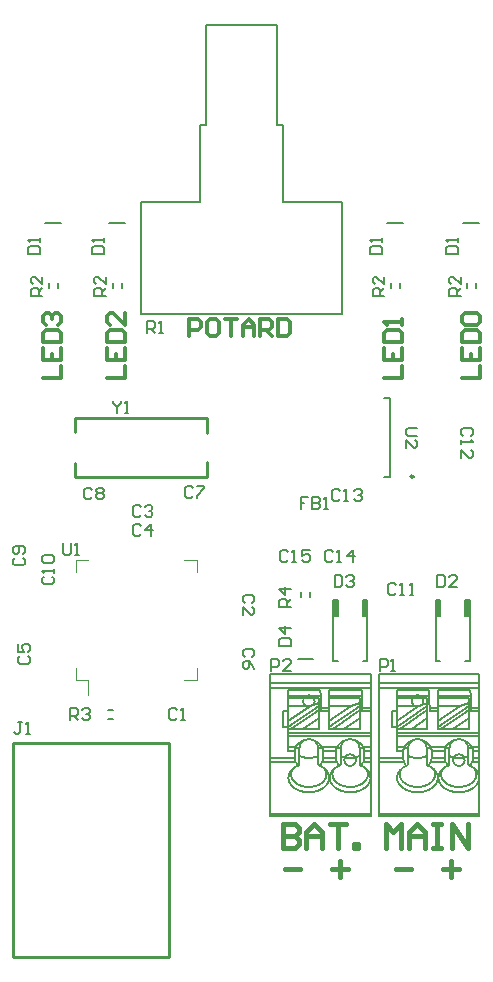
<source format=gto>
%FSLAX24Y24*%
%MOIN*%
G70*
G01*
G75*
G04 Layer_Color=65535*
%ADD10R,0.0669X0.0709*%
%ADD11R,0.0394X0.0394*%
%ADD12R,0.0614X0.0110*%
%ADD13R,0.0110X0.0614*%
%ADD14R,0.0394X0.0394*%
%ADD15R,0.0354X0.0394*%
%ADD16R,0.0591X0.0472*%
%ADD17R,0.0591X0.0512*%
%ADD18R,0.0394X0.0354*%
%ADD19R,0.0472X0.0591*%
%ADD20R,0.0748X0.0374*%
%ADD21R,0.2717X0.2165*%
%ADD22R,0.0433X0.0394*%
%ADD23R,0.1968X0.0669*%
%ADD24C,0.0118*%
%ADD25C,0.0394*%
%ADD26C,0.0197*%
%ADD27C,0.0669*%
%ADD28C,0.0709*%
%ADD29R,0.0787X0.0787*%
%ADD30C,0.0787*%
%ADD31C,0.0315*%
%ADD32C,0.0787*%
%ADD33C,0.0098*%
%ADD34C,0.0050*%
%ADD35C,0.0100*%
%ADD36C,0.0060*%
%ADD37C,0.0047*%
%ADD38C,0.0079*%
%ADD39C,0.0071*%
%ADD40C,0.0157*%
D24*
X1339Y17087D02*
X1929D01*
Y17480D01*
X1339Y18071D02*
Y17677D01*
X1929D01*
Y18071D01*
X1634Y17677D02*
Y17874D01*
X1339Y18267D02*
X1929D01*
Y18563D01*
X1831Y18661D01*
X1437D01*
X1339Y18563D01*
Y18267D01*
X1437Y18858D02*
X1339Y18956D01*
Y19153D01*
X1437Y19251D01*
X1536D01*
X1634Y19153D01*
Y19054D01*
Y19153D01*
X1732Y19251D01*
X1831D01*
X1929Y19153D01*
Y18956D01*
X1831Y18858D01*
X3465Y17087D02*
X4055D01*
Y17480D01*
X3465Y18071D02*
Y17677D01*
X4055D01*
Y18071D01*
X3760Y17677D02*
Y17874D01*
X3465Y18267D02*
X4055D01*
Y18563D01*
X3957Y18661D01*
X3563D01*
X3465Y18563D01*
Y18267D01*
X4055Y19251D02*
Y18858D01*
X3662Y19251D01*
X3563D01*
X3465Y19153D01*
Y18956D01*
X3563Y18858D01*
X12717Y17087D02*
X13307D01*
Y17480D01*
X12717Y18071D02*
Y17677D01*
X13307D01*
Y18071D01*
X13012Y17677D02*
Y17874D01*
X12717Y18267D02*
X13307D01*
Y18563D01*
X13209Y18661D01*
X12815D01*
X12717Y18563D01*
Y18267D01*
X13307Y18858D02*
Y19054D01*
Y18956D01*
X12717D01*
X12815Y18858D01*
X15315Y17087D02*
X15906D01*
Y17480D01*
X15315Y18071D02*
Y17677D01*
X15906D01*
Y18071D01*
X15610Y17677D02*
Y17874D01*
X15315Y18267D02*
X15906D01*
Y18563D01*
X15807Y18661D01*
X15414D01*
X15315Y18563D01*
Y18267D01*
X15414Y18858D02*
X15315Y18956D01*
Y19153D01*
X15414Y19251D01*
X15807D01*
X15906Y19153D01*
Y18956D01*
X15807Y18858D01*
X15414D01*
X6220Y18465D02*
Y19055D01*
X6516D01*
X6614Y18957D01*
Y18760D01*
X6516Y18661D01*
X6220D01*
X7106Y19055D02*
X6909D01*
X6811Y18957D01*
Y18563D01*
X6909Y18465D01*
X7106D01*
X7204Y18563D01*
Y18957D01*
X7106Y19055D01*
X7401D02*
X7795D01*
X7598D01*
Y18465D01*
X7992D02*
Y18858D01*
X8188Y19055D01*
X8385Y18858D01*
Y18465D01*
Y18760D01*
X7992D01*
X8582Y18465D02*
Y19055D01*
X8877D01*
X8975Y18957D01*
Y18760D01*
X8877Y18661D01*
X8582D01*
X8779D02*
X8975Y18465D01*
X9172Y19055D02*
Y18465D01*
X9467D01*
X9566Y18563D01*
Y18957D01*
X9467Y19055D01*
X9172D01*
D33*
X13691Y13785D02*
G03*
X13691Y13785I-49J0D01*
G01*
D34*
X10987Y3902D02*
G03*
X10984Y3859I294J-43D01*
G01*
X10997Y3944D02*
G03*
X10987Y3902I295J-86D01*
G01*
X11012Y3985D02*
G03*
X10997Y3944I298J-133D01*
G01*
X11033Y4025D02*
G03*
X11012Y3985I302J-185D01*
G01*
X11059Y4063D02*
G03*
X11033Y4025I306J-243D01*
G01*
X12117D02*
G03*
X12090Y4063I-327J-200D01*
G01*
X12138Y3985D02*
G03*
X12117Y4025I-318J-142D01*
G01*
X12153Y3944D02*
G03*
X12138Y3985I-309J-91D01*
G01*
X12162Y3902D02*
G03*
X12153Y3944I-302J-44D01*
G01*
X12165Y3859D02*
G03*
X12162Y3902I-297J-0D01*
G01*
X12152Y3773D02*
G03*
X12165Y3859I-290J88D01*
G01*
X12114Y3690D02*
G03*
X12152Y3773I-292J184D01*
G01*
X12043Y3605D02*
G03*
X12114Y3690I-330J350D01*
G01*
X11934Y3528D02*
G03*
X12043Y3605I-264J489D01*
G01*
X11801Y3474D02*
G03*
X11934Y3528I-194J667D01*
G01*
X11652Y3445D02*
G03*
X11801Y3474I-74J797D01*
G01*
X11498Y3445D02*
G03*
X11652Y3445I77J831D01*
G01*
X11349Y3474D02*
G03*
X11498Y3445I220J755D01*
G01*
X11215Y3528D02*
G03*
X11349Y3474I320J592D01*
G01*
X11106Y3605D02*
G03*
X11215Y3528I359J393D01*
G01*
X11035Y3690D02*
G03*
X11106Y3605I316J194D01*
G01*
X10997Y3773D02*
G03*
X11035Y3690I321J97D01*
G01*
X10984Y3859D02*
G03*
X10997Y3773I301J0D01*
G01*
X11942Y4154D02*
G03*
X11916Y4176I-3752J-4361D01*
G01*
X11260Y4198D02*
G03*
X11234Y4176I3216J-3837D01*
G01*
X11091Y4087D02*
G03*
X11041Y4048I345J-484D01*
G01*
X11146Y4123D02*
G03*
X11091Y4087I329J-577D01*
G01*
X11207Y4154D02*
G03*
X11146Y4123I303J-669D01*
G01*
X12032Y4106D02*
G03*
X11973Y4139I-370J-579D01*
G01*
X12085Y4068D02*
G03*
X12032Y4106I-385J-483D01*
G01*
X12131Y4026D02*
G03*
X12085Y4068I-390J-390D01*
G01*
X12203Y3934D02*
G03*
X12131Y4026I-395J-235D01*
G01*
X12245Y3834D02*
G03*
X12203Y3934I-368J-95D01*
G01*
X12256Y3728D02*
G03*
X12245Y3834I-344J20D01*
G01*
X12234Y3625D02*
G03*
X12256Y3728I-334J126D01*
G01*
X12180Y3527D02*
G03*
X12234Y3625I-338J248D01*
G01*
X12073Y3419D02*
G03*
X12180Y3527I-323J430D01*
G01*
X11929Y3336D02*
G03*
X12073Y3419I-279J651D01*
G01*
X11759Y3284D02*
G03*
X11929Y3336I-166J845D01*
G01*
X11575Y3266D02*
G03*
X11759Y3284I-0J957D01*
G01*
X11391D02*
G03*
X11575Y3266I183J926D01*
G01*
X11221Y3336D02*
G03*
X11391Y3284I331J774D01*
G01*
X11077Y3419D02*
G03*
X11221Y3336I407J540D01*
G01*
X10970Y3527D02*
G03*
X11077Y3419I414J306D01*
G01*
X10916Y3625D02*
G03*
X10970Y3527I378J143D01*
G01*
X10894Y3728D02*
G03*
X10916Y3625I352J21D01*
G01*
X10904Y3834D02*
G03*
X10894Y3728I336J-86D01*
G01*
X10946Y3934D02*
G03*
X10904Y3834I335J-199D01*
G01*
X11018Y4026D02*
G03*
X10946Y3934I338J-339D01*
G01*
X10413Y4441D02*
G03*
X10512Y4476I-192J691D01*
G01*
X10307Y4419D02*
G03*
X10413Y4441I-105J785D01*
G01*
X10197Y4412D02*
G03*
X10307Y4419I-0J833D01*
G01*
X10087D02*
G03*
X10197Y4412I110J818D01*
G01*
X9981Y4441D02*
G03*
X10087Y4419I209J754D01*
G01*
X9882Y4476D02*
G03*
X9981Y4441I286J644D01*
G01*
X9742Y4746D02*
G03*
X9738Y4737I167J-68D01*
G01*
X9746Y4756D02*
G03*
X9742Y4746I159J-77D01*
G01*
X9758Y4777D02*
G03*
X9750Y4764I136J-93D01*
G01*
X9990Y4981D02*
G03*
X9924Y4944I230J-481D01*
G01*
D02*
G03*
X9864Y4897I318J-477D01*
G01*
X9864D02*
G03*
X9808Y4841I409J-464D01*
G01*
D02*
G03*
X9758Y4777I502J-441D01*
G01*
X9733Y4720D02*
G03*
X9727Y4693I293J-77D01*
G01*
X9727Y4693D02*
G03*
X9724Y4666I323J-54D01*
G01*
Y4666D02*
G03*
X9723Y4638I339J-28D01*
G01*
X10564Y4154D02*
G03*
X10538Y4176I-3753J-4362D01*
G01*
X9609Y3902D02*
G03*
X9606Y3859I294J-43D01*
G01*
X9619Y3944D02*
G03*
X9609Y3902I295J-86D01*
G01*
X9634Y3985D02*
G03*
X9619Y3944I298J-133D01*
G01*
X9655Y4025D02*
G03*
X9634Y3985I302J-185D01*
G01*
X9682Y4063D02*
G03*
X9655Y4025I306J-243D01*
G01*
X10774Y3773D02*
G03*
X10787Y3859I-290J88D01*
G01*
X10736Y3690D02*
G03*
X10774Y3773I-292J184D01*
G01*
X10665Y3605D02*
G03*
X10736Y3690I-330J350D01*
G01*
X10556Y3528D02*
G03*
X10665Y3605I-264J489D01*
G01*
X10423Y3474D02*
G03*
X10556Y3528I-194J667D01*
G01*
X10274Y3445D02*
G03*
X10423Y3474I-74J797D01*
G01*
X10120Y3445D02*
G03*
X10274Y3445I77J831D01*
G01*
X9971Y3474D02*
G03*
X10120Y3445I220J755D01*
G01*
X9837Y3528D02*
G03*
X9971Y3474I320J592D01*
G01*
X9728Y3605D02*
G03*
X9837Y3528I359J393D01*
G01*
X9657Y3690D02*
G03*
X9728Y3605I316J194D01*
G01*
X9619Y3773D02*
G03*
X9657Y3690I321J97D01*
G01*
X9606Y3859D02*
G03*
X9619Y3773I301J0D01*
G01*
X10739Y4025D02*
G03*
X10712Y4063I-327J-200D01*
G01*
X10760Y3985D02*
G03*
X10739Y4025I-318J-142D01*
G01*
X10775Y3944D02*
G03*
X10760Y3985I-309J-91D01*
G01*
X10784Y3902D02*
G03*
X10775Y3944I-302J-44D01*
G01*
X10787Y3859D02*
G03*
X10784Y3902I-297J-0D01*
G01*
X9882Y4198D02*
G03*
X9856Y4176I3216J-3837D01*
G01*
X9723Y4401D02*
G03*
X9728Y4363I325J18D01*
G01*
X9728D02*
G03*
X9735Y4331I258J43D01*
G01*
D02*
G03*
X9744Y4304I239J70D01*
G01*
D02*
G03*
X9756Y4281I189J78D01*
G01*
X9713Y4087D02*
G03*
X9663Y4048I345J-484D01*
G01*
X9768Y4123D02*
G03*
X9713Y4087I329J-577D01*
G01*
X9829Y4154D02*
G03*
X9768Y4123I303J-669D01*
G01*
X10644Y4292D02*
G03*
X10654Y4317I-210J103D01*
G01*
X10654D02*
G03*
X10662Y4345I-261J92D01*
G01*
X10662D02*
G03*
X10669Y4382I-307J73D01*
G01*
Y4382D02*
G03*
X10671Y4420I-337J38D01*
G01*
X10654Y4106D02*
G03*
X10595Y4139I-370J-579D01*
G01*
X10707Y4068D02*
G03*
X10654Y4106I-385J-483D01*
G01*
X10753Y4026D02*
G03*
X10707Y4068I-390J-390D01*
G01*
X10825Y3934D02*
G03*
X10753Y4026I-395J-235D01*
G01*
X10867Y3834D02*
G03*
X10825Y3934I-368J-95D01*
G01*
X10878Y3728D02*
G03*
X10867Y3834I-344J20D01*
G01*
X10856Y3625D02*
G03*
X10878Y3728I-334J126D01*
G01*
X10802Y3527D02*
G03*
X10856Y3625I-338J248D01*
G01*
X10695Y3419D02*
G03*
X10802Y3527I-323J430D01*
G01*
X10551Y3336D02*
G03*
X10695Y3419I-279J651D01*
G01*
X10381Y3284D02*
G03*
X10551Y3336I-166J845D01*
G01*
X10197Y3266D02*
G03*
X10381Y3284I-0J957D01*
G01*
X10013D02*
G03*
X10197Y3266I183J926D01*
G01*
X9843Y3336D02*
G03*
X10013Y3284I331J774D01*
G01*
X9699Y3419D02*
G03*
X9843Y3336I407J540D01*
G01*
X9592Y3527D02*
G03*
X9699Y3419I414J306D01*
G01*
X9538Y3625D02*
G03*
X9592Y3527I378J143D01*
G01*
X9516Y3728D02*
G03*
X9538Y3625I352J21D01*
G01*
X9526Y3834D02*
G03*
X9516Y3728I336J-86D01*
G01*
X9568Y3934D02*
G03*
X9526Y3834I335J-199D01*
G01*
X9640Y4026D02*
G03*
X9568Y3934I338J-339D01*
G01*
X11663Y4416D02*
G03*
X11749Y4430I-85J801D01*
G01*
X11575Y4412D02*
G03*
X11663Y4416I0J832D01*
G01*
X11487D02*
G03*
X11575Y4412I88J826D01*
G01*
X11401Y4430D02*
G03*
X11487Y4416I171J784D01*
G01*
X12022Y4292D02*
G03*
X12032Y4317I-210J103D01*
G01*
X12032D02*
G03*
X12040Y4345I-261J92D01*
G01*
X12040D02*
G03*
X12047Y4382I-307J73D01*
G01*
Y4382D02*
G03*
X12049Y4420I-337J38D01*
G01*
X12021Y4766D02*
G03*
X12016Y4774I-149J-84D01*
G01*
X12025Y4756D02*
G03*
X12021Y4766I-156J-76D01*
G01*
X12031Y4743D02*
G03*
X12027Y4752I-166J-64D01*
G01*
X12035Y4732D02*
G03*
X12031Y4743I-172J-54D01*
G01*
X12049Y4652D02*
G03*
X12046Y4680I-332J-14D01*
G01*
X12046D02*
G03*
X12042Y4707I-310J-39D01*
G01*
X12042D02*
G03*
X12035Y4732I-275J-59D01*
G01*
X11807Y4445D02*
G03*
X11863Y4465I-209J689D01*
G01*
X11749Y4430D02*
G03*
X11807Y4445I-163J748D01*
G01*
X11314Y4455D02*
G03*
X11371Y4437I242J695D01*
G01*
X11260Y4476D02*
G03*
X11314Y4455I279J627D01*
G01*
X10643Y4766D02*
G03*
X10638Y4774I-149J-85D01*
G01*
X10647Y4756D02*
G03*
X10643Y4766I-156J-76D01*
G01*
X10654Y4741D02*
G03*
X10650Y4751I-159J-59D01*
G01*
X10657Y4732D02*
G03*
X10654Y4741I-163J-51D01*
G01*
X10671Y4652D02*
G03*
X10668Y4680I-332J-14D01*
G01*
X10668D02*
G03*
X10664Y4707I-310J-39D01*
G01*
X10664D02*
G03*
X10657Y4732I-275J-59D01*
G01*
X11111Y4720D02*
G03*
X11105Y4693I293J-77D01*
G01*
Y4693D02*
G03*
X11102Y4666I323J-54D01*
G01*
Y4666D02*
G03*
X11101Y4638I339J-28D01*
G01*
X11120Y4746D02*
G03*
X11116Y4737I167J-68D01*
G01*
X11124Y4756D02*
G03*
X11120Y4746I159J-77D01*
G01*
X11131Y4769D02*
G03*
X11126Y4760I149J-88D01*
G01*
X11136Y4777D02*
G03*
X11131Y4769I139J-95D01*
G01*
X10611Y4810D02*
G03*
X10559Y4870I-501J-388D01*
G01*
X10559Y4870D02*
G03*
X10500Y4921I-416J-415D01*
G01*
Y4921D02*
G03*
X10437Y4963I-333J-433D01*
G01*
X10437Y4963D02*
G03*
X10370Y4995I-253J-446D01*
G01*
X11368Y4981D02*
G03*
X11302Y4944I230J-481D01*
G01*
Y4944D02*
G03*
X11242Y4897I318J-477D01*
G01*
Y4897D02*
G03*
X11186Y4841I409J-464D01*
G01*
D02*
G03*
X11136Y4777I502J-441D01*
G01*
X11989Y4810D02*
G03*
X11937Y4870I-501J-388D01*
G01*
D02*
G03*
X11878Y4921I-416J-415D01*
G01*
Y4921D02*
G03*
X11815Y4963I-333J-433D01*
G01*
Y4963D02*
G03*
X11748Y4995I-253J-446D01*
G01*
X11101Y4401D02*
G03*
X11106Y4363I325J18D01*
G01*
D02*
G03*
X11113Y4331I258J43D01*
G01*
D02*
G03*
X11122Y4304I239J70D01*
G01*
D02*
G03*
X11134Y4281I189J78D01*
G01*
X10315Y6465D02*
G03*
X10079Y6465I-118J-157D01*
G01*
X10024Y6402D02*
G03*
X10098Y6137I172J-95D01*
G01*
X10351Y6185D02*
G03*
X10369Y6402I-155J122D01*
G01*
X10354Y6425D02*
G03*
X10315Y6465I-157J-118D01*
G01*
X10369Y6402D02*
G03*
X10354Y6425I-172J-95D01*
G01*
X10039D02*
G03*
X10024Y6402I157J-118D01*
G01*
X10079Y6465D02*
G03*
X10039Y6425I118J-157D01*
G01*
X10196Y6110D02*
G03*
X10351Y6185I1J197D01*
G01*
X11401Y4430D02*
G03*
X11749Y4430I174J-92D01*
G01*
X10024Y4995D02*
G03*
X9882Y4732I173J-263D01*
G01*
X10370Y4995D02*
G03*
X10024Y4995I-173J-263D01*
G01*
X11890Y4732D02*
G03*
X11748Y4995I-315J0D01*
G01*
X11749Y4430D02*
G03*
X11401Y4430I-174J-92D01*
G01*
X11402Y4995D02*
G03*
X11260Y4732I173J-263D01*
G01*
X10512D02*
G03*
X10370Y4995I-315J0D01*
G01*
X11748D02*
G03*
X11402Y4995I-173J-263D01*
G01*
X14609Y3902D02*
G03*
X14606Y3859I294J-43D01*
G01*
X14619Y3944D02*
G03*
X14609Y3902I295J-86D01*
G01*
X14634Y3985D02*
G03*
X14619Y3944I298J-133D01*
G01*
X14655Y4025D02*
G03*
X14634Y3985I302J-185D01*
G01*
X14682Y4063D02*
G03*
X14655Y4025I306J-243D01*
G01*
X15739D02*
G03*
X15712Y4063I-327J-200D01*
G01*
X15760Y3985D02*
G03*
X15739Y4025I-318J-142D01*
G01*
X15775Y3944D02*
G03*
X15760Y3985I-309J-91D01*
G01*
X15784Y3902D02*
G03*
X15775Y3944I-302J-44D01*
G01*
X15787Y3859D02*
G03*
X15784Y3902I-297J-0D01*
G01*
X15774Y3773D02*
G03*
X15787Y3859I-290J88D01*
G01*
X15736Y3690D02*
G03*
X15774Y3773I-292J184D01*
G01*
X15665Y3605D02*
G03*
X15736Y3690I-330J350D01*
G01*
X15556Y3528D02*
G03*
X15665Y3605I-264J489D01*
G01*
X15423Y3474D02*
G03*
X15556Y3528I-194J667D01*
G01*
X15274Y3445D02*
G03*
X15423Y3474I-74J797D01*
G01*
X15120Y3445D02*
G03*
X15274Y3445I77J831D01*
G01*
X14971Y3474D02*
G03*
X15120Y3445I220J755D01*
G01*
X14837Y3528D02*
G03*
X14971Y3474I320J592D01*
G01*
X14728Y3605D02*
G03*
X14837Y3528I359J393D01*
G01*
X14657Y3690D02*
G03*
X14728Y3605I316J194D01*
G01*
X14619Y3773D02*
G03*
X14657Y3690I321J97D01*
G01*
X14606Y3859D02*
G03*
X14619Y3773I301J0D01*
G01*
X15564Y4154D02*
G03*
X15538Y4176I-3752J-4361D01*
G01*
X14882Y4198D02*
G03*
X14856Y4176I3216J-3837D01*
G01*
X14713Y4087D02*
G03*
X14663Y4048I345J-484D01*
G01*
X14768Y4123D02*
G03*
X14713Y4087I329J-577D01*
G01*
X14829Y4154D02*
G03*
X14768Y4123I303J-669D01*
G01*
X15654Y4106D02*
G03*
X15595Y4139I-370J-579D01*
G01*
X15707Y4068D02*
G03*
X15654Y4106I-385J-483D01*
G01*
X15753Y4026D02*
G03*
X15707Y4068I-390J-390D01*
G01*
X15825Y3934D02*
G03*
X15753Y4026I-395J-235D01*
G01*
X15867Y3834D02*
G03*
X15825Y3934I-368J-95D01*
G01*
X15878Y3728D02*
G03*
X15867Y3834I-344J20D01*
G01*
X15856Y3625D02*
G03*
X15878Y3728I-334J126D01*
G01*
X15802Y3527D02*
G03*
X15856Y3625I-338J248D01*
G01*
X15695Y3419D02*
G03*
X15802Y3527I-323J430D01*
G01*
X15551Y3336D02*
G03*
X15695Y3419I-279J651D01*
G01*
X15381Y3284D02*
G03*
X15551Y3336I-166J845D01*
G01*
X15197Y3266D02*
G03*
X15381Y3284I-0J957D01*
G01*
X15013D02*
G03*
X15197Y3266I183J926D01*
G01*
X14843Y3336D02*
G03*
X15013Y3284I331J774D01*
G01*
X14699Y3419D02*
G03*
X14843Y3336I407J540D01*
G01*
X14592Y3527D02*
G03*
X14699Y3419I414J306D01*
G01*
X14538Y3625D02*
G03*
X14592Y3527I378J143D01*
G01*
X14516Y3728D02*
G03*
X14538Y3625I352J21D01*
G01*
X14526Y3834D02*
G03*
X14516Y3728I336J-86D01*
G01*
X14568Y3934D02*
G03*
X14526Y3834I335J-199D01*
G01*
X14640Y4026D02*
G03*
X14568Y3934I338J-339D01*
G01*
X14035Y4441D02*
G03*
X14134Y4476I-192J691D01*
G01*
X13929Y4419D02*
G03*
X14035Y4441I-105J785D01*
G01*
X13819Y4412D02*
G03*
X13929Y4419I-0J833D01*
G01*
X13709D02*
G03*
X13819Y4412I110J818D01*
G01*
X13603Y4441D02*
G03*
X13709Y4419I209J754D01*
G01*
X13504Y4476D02*
G03*
X13603Y4441I286J644D01*
G01*
X13364Y4746D02*
G03*
X13360Y4737I167J-68D01*
G01*
X13368Y4756D02*
G03*
X13364Y4746I159J-77D01*
G01*
X13380Y4777D02*
G03*
X13372Y4764I136J-93D01*
G01*
X13612Y4981D02*
G03*
X13546Y4944I230J-481D01*
G01*
D02*
G03*
X13486Y4897I318J-477D01*
G01*
X13486D02*
G03*
X13430Y4841I409J-464D01*
G01*
D02*
G03*
X13380Y4777I502J-441D01*
G01*
X13355Y4720D02*
G03*
X13349Y4693I293J-77D01*
G01*
X13349Y4693D02*
G03*
X13346Y4666I323J-54D01*
G01*
Y4666D02*
G03*
X13345Y4638I339J-28D01*
G01*
X14186Y4154D02*
G03*
X14160Y4176I-3753J-4362D01*
G01*
X13231Y3902D02*
G03*
X13228Y3859I294J-43D01*
G01*
X13241Y3944D02*
G03*
X13231Y3902I295J-86D01*
G01*
X13256Y3985D02*
G03*
X13241Y3944I298J-133D01*
G01*
X13277Y4025D02*
G03*
X13256Y3985I302J-185D01*
G01*
X13304Y4063D02*
G03*
X13277Y4025I306J-243D01*
G01*
X14397Y3773D02*
G03*
X14409Y3859I-290J88D01*
G01*
X14358Y3690D02*
G03*
X14397Y3773I-292J184D01*
G01*
X14287Y3605D02*
G03*
X14358Y3690I-330J350D01*
G01*
X14179Y3528D02*
G03*
X14287Y3605I-264J489D01*
G01*
X14045Y3474D02*
G03*
X14179Y3528I-194J667D01*
G01*
X13896Y3445D02*
G03*
X14045Y3474I-74J797D01*
G01*
X13742Y3445D02*
G03*
X13896Y3445I77J831D01*
G01*
X13593Y3474D02*
G03*
X13742Y3445I220J755D01*
G01*
X13459Y3528D02*
G03*
X13593Y3474I320J592D01*
G01*
X13350Y3605D02*
G03*
X13459Y3528I359J393D01*
G01*
X13279Y3690D02*
G03*
X13350Y3605I316J194D01*
G01*
X13241Y3773D02*
G03*
X13279Y3690I321J97D01*
G01*
X13228Y3859D02*
G03*
X13241Y3773I301J0D01*
G01*
X14361Y4025D02*
G03*
X14334Y4063I-327J-200D01*
G01*
X14382Y3985D02*
G03*
X14361Y4025I-318J-142D01*
G01*
X14397Y3944D02*
G03*
X14382Y3985I-309J-91D01*
G01*
X14406Y3902D02*
G03*
X14397Y3944I-302J-44D01*
G01*
X14409Y3859D02*
G03*
X14406Y3902I-297J-0D01*
G01*
X13504Y4198D02*
G03*
X13478Y4176I3216J-3837D01*
G01*
X13345Y4401D02*
G03*
X13350Y4363I325J18D01*
G01*
X13350D02*
G03*
X13357Y4331I258J43D01*
G01*
D02*
G03*
X13367Y4304I239J70D01*
G01*
D02*
G03*
X13378Y4281I189J78D01*
G01*
X13335Y4087D02*
G03*
X13285Y4048I345J-484D01*
G01*
X13391Y4123D02*
G03*
X13335Y4087I329J-577D01*
G01*
X13451Y4154D02*
G03*
X13391Y4123I303J-669D01*
G01*
X14266Y4292D02*
G03*
X14276Y4317I-210J103D01*
G01*
X14276D02*
G03*
X14284Y4345I-261J92D01*
G01*
X14284D02*
G03*
X14291Y4382I-307J73D01*
G01*
Y4382D02*
G03*
X14293Y4420I-337J38D01*
G01*
X14276Y4106D02*
G03*
X14217Y4139I-370J-579D01*
G01*
X14329Y4068D02*
G03*
X14276Y4106I-385J-483D01*
G01*
X14375Y4026D02*
G03*
X14329Y4068I-390J-390D01*
G01*
X14447Y3934D02*
G03*
X14375Y4026I-395J-235D01*
G01*
X14490Y3834D02*
G03*
X14447Y3934I-368J-95D01*
G01*
X14500Y3728D02*
G03*
X14490Y3834I-344J20D01*
G01*
X14478Y3625D02*
G03*
X14500Y3728I-334J126D01*
G01*
X14424Y3527D02*
G03*
X14478Y3625I-338J248D01*
G01*
X14317Y3419D02*
G03*
X14424Y3527I-323J430D01*
G01*
X14173Y3336D02*
G03*
X14317Y3419I-279J651D01*
G01*
X14003Y3284D02*
G03*
X14173Y3336I-166J845D01*
G01*
X13819Y3266D02*
G03*
X14003Y3284I-0J957D01*
G01*
X13635D02*
G03*
X13819Y3266I183J926D01*
G01*
X13465Y3336D02*
G03*
X13635Y3284I331J774D01*
G01*
X13321Y3419D02*
G03*
X13465Y3336I407J540D01*
G01*
X13214Y3527D02*
G03*
X13321Y3419I414J306D01*
G01*
X13160Y3625D02*
G03*
X13214Y3527I378J143D01*
G01*
X13138Y3728D02*
G03*
X13160Y3625I352J21D01*
G01*
X13148Y3834D02*
G03*
X13138Y3728I336J-86D01*
G01*
X13190Y3934D02*
G03*
X13148Y3834I335J-199D01*
G01*
X13262Y4026D02*
G03*
X13190Y3934I338J-339D01*
G01*
X15285Y4416D02*
G03*
X15371Y4430I-85J801D01*
G01*
X15197Y4412D02*
G03*
X15285Y4416I0J832D01*
G01*
X15109D02*
G03*
X15197Y4412I88J826D01*
G01*
X15023Y4430D02*
G03*
X15109Y4416I171J784D01*
G01*
X15644Y4292D02*
G03*
X15654Y4317I-210J103D01*
G01*
X15654D02*
G03*
X15662Y4345I-261J92D01*
G01*
X15662D02*
G03*
X15669Y4382I-307J73D01*
G01*
Y4382D02*
G03*
X15671Y4420I-337J38D01*
G01*
X15643Y4766D02*
G03*
X15638Y4774I-149J-84D01*
G01*
X15647Y4756D02*
G03*
X15643Y4766I-156J-76D01*
G01*
X15653Y4743D02*
G03*
X15649Y4752I-166J-64D01*
G01*
X15657Y4732D02*
G03*
X15653Y4743I-172J-54D01*
G01*
X15671Y4652D02*
G03*
X15668Y4680I-332J-14D01*
G01*
X15668D02*
G03*
X15664Y4707I-310J-39D01*
G01*
X15664D02*
G03*
X15657Y4732I-275J-59D01*
G01*
X15429Y4445D02*
G03*
X15485Y4465I-209J689D01*
G01*
X15371Y4430D02*
G03*
X15429Y4445I-163J748D01*
G01*
X14936Y4455D02*
G03*
X14993Y4437I242J695D01*
G01*
X14882Y4476D02*
G03*
X14936Y4455I279J627D01*
G01*
X14265Y4766D02*
G03*
X14260Y4774I-149J-85D01*
G01*
X14270Y4756D02*
G03*
X14265Y4766I-156J-76D01*
G01*
X14276Y4741D02*
G03*
X14272Y4751I-159J-59D01*
G01*
X14279Y4732D02*
G03*
X14276Y4741I-163J-51D01*
G01*
X14293Y4652D02*
G03*
X14290Y4680I-332J-14D01*
G01*
X14290D02*
G03*
X14286Y4707I-310J-39D01*
G01*
X14286D02*
G03*
X14279Y4732I-275J-59D01*
G01*
X14733Y4720D02*
G03*
X14727Y4693I293J-77D01*
G01*
Y4693D02*
G03*
X14724Y4666I323J-54D01*
G01*
Y4666D02*
G03*
X14723Y4638I339J-28D01*
G01*
X14742Y4746D02*
G03*
X14738Y4737I167J-68D01*
G01*
X14746Y4756D02*
G03*
X14742Y4746I159J-77D01*
G01*
X14753Y4769D02*
G03*
X14748Y4760I149J-88D01*
G01*
X14758Y4777D02*
G03*
X14753Y4769I139J-95D01*
G01*
X14233Y4810D02*
G03*
X14181Y4870I-501J-388D01*
G01*
X14181Y4870D02*
G03*
X14122Y4921I-416J-415D01*
G01*
Y4921D02*
G03*
X14059Y4963I-333J-433D01*
G01*
X14059Y4963D02*
G03*
X13992Y4995I-253J-446D01*
G01*
X14990Y4981D02*
G03*
X14924Y4944I230J-481D01*
G01*
Y4944D02*
G03*
X14864Y4897I318J-477D01*
G01*
Y4897D02*
G03*
X14808Y4841I409J-464D01*
G01*
D02*
G03*
X14758Y4777I502J-441D01*
G01*
X15611Y4810D02*
G03*
X15559Y4870I-501J-388D01*
G01*
D02*
G03*
X15500Y4921I-416J-415D01*
G01*
Y4921D02*
G03*
X15437Y4963I-333J-433D01*
G01*
Y4963D02*
G03*
X15370Y4995I-253J-446D01*
G01*
X14723Y4401D02*
G03*
X14728Y4363I325J18D01*
G01*
D02*
G03*
X14735Y4331I258J43D01*
G01*
D02*
G03*
X14744Y4304I239J70D01*
G01*
D02*
G03*
X14756Y4281I189J78D01*
G01*
X13937Y6465D02*
G03*
X13701Y6465I-118J-157D01*
G01*
X13647Y6402D02*
G03*
X13720Y6137I172J-95D01*
G01*
X13974Y6185D02*
G03*
X13991Y6402I-155J122D01*
G01*
X13976Y6425D02*
G03*
X13937Y6465I-157J-118D01*
G01*
X13991Y6402D02*
G03*
X13976Y6425I-172J-95D01*
G01*
X13661D02*
G03*
X13647Y6402I157J-118D01*
G01*
X13701Y6465D02*
G03*
X13661Y6425I118J-157D01*
G01*
X13818Y6110D02*
G03*
X13974Y6185I1J197D01*
G01*
X15023Y4430D02*
G03*
X15371Y4430I174J-92D01*
G01*
X13646Y4995D02*
G03*
X13504Y4732I173J-263D01*
G01*
X13992Y4995D02*
G03*
X13646Y4995I-173J-263D01*
G01*
X15512Y4732D02*
G03*
X15370Y4995I-315J0D01*
G01*
X15371Y4430D02*
G03*
X15023Y4430I-174J-92D01*
G01*
X15024Y4995D02*
G03*
X14882Y4732I173J-263D01*
G01*
X14134D02*
G03*
X13992Y4995I-315J0D01*
G01*
X15370D02*
G03*
X15024Y4995I-173J-263D01*
G01*
X11890Y4198D02*
X11903Y4187D01*
X11916Y4176D01*
X11207Y4154D02*
X11221Y4165D01*
X11234Y4176D01*
X11018Y4026D02*
X11041Y4048D01*
X11942Y4154D02*
X11973Y4139D01*
X9737Y4732D02*
X9738Y4737D01*
X9746Y4756D02*
X9750Y4764D01*
X9990Y4981D02*
X10024Y4995D01*
X9733Y4720D02*
X9737Y4732D01*
X10512Y4198D02*
X10525Y4187D01*
X10538Y4176D01*
X9829Y4154D02*
X9843Y4165D01*
X9856Y4176D01*
X9723Y4420D02*
X9723Y4401D01*
X9640Y4026D02*
X9663Y4048D01*
X10638Y4281D02*
X10644Y4292D01*
X10564Y4154D02*
X10595Y4139D01*
X12016Y4281D02*
X12022Y4292D01*
X12013Y4777D02*
X12016Y4774D01*
X12025Y4756D02*
X12027Y4752D01*
X12049Y4652D02*
X12049Y4638D01*
X11863Y4465D02*
X11890Y4476D01*
X11371Y4437D02*
X11401Y4430D01*
X10635Y4777D02*
X10638Y4774D01*
X10647Y4756D02*
X10650Y4751D01*
X10671Y4652D02*
X10671Y4638D01*
X11111Y4720D02*
X11115Y4732D01*
X11116Y4737D01*
X11124Y4756D02*
X11126Y4760D01*
X10611Y4810D02*
X10635Y4777D01*
X11368Y4981D02*
X11402Y4995D01*
X11989Y4810D02*
X12013Y4777D01*
X11101Y4420D02*
X11101Y4401D01*
X8917Y6731D02*
Y6916D01*
Y7201D01*
Y6916D02*
X12264D01*
Y7201D01*
Y6731D02*
Y6916D01*
Y2546D02*
Y4281D01*
Y2488D02*
Y2546D01*
X8917Y7201D02*
X12264D01*
X8917D02*
Y7213D01*
X12264Y7201D02*
Y7213D01*
X8917D02*
X12264D01*
X9508Y6465D02*
X10079D01*
X8917Y4420D02*
Y6731D01*
X12264Y5992D02*
Y6071D01*
X11984Y5992D02*
X12264D01*
X11982Y6071D02*
X11984Y5992D01*
X11909Y6386D02*
X11970D01*
X11961Y6661D02*
X11968Y6465D01*
X11970Y6386D01*
X11975Y6268D01*
X11909D02*
X11975D01*
X11909Y6402D02*
Y6425D01*
X10886D02*
X11909D01*
X10886Y6402D02*
X11909D01*
Y6259D02*
Y6402D01*
Y6151D02*
Y6259D01*
X11612Y6137D02*
X11909Y6259D01*
Y6007D02*
Y6151D01*
X10886Y6402D02*
Y6425D01*
Y6137D02*
Y6402D01*
X10604Y6071D02*
X10606Y5992D01*
X10886D01*
X10604Y6071D02*
X10886D01*
X10597Y6268D02*
X10604Y6071D01*
X10886Y6465D02*
Y6661D01*
X11961D01*
X11975Y6268D02*
X11982Y6071D01*
X12264D01*
Y6731D01*
X10583Y6661D02*
X10590Y6465D01*
X10593Y6386D01*
X9508Y6661D02*
X10583D01*
X10593Y6386D02*
X10597Y6268D01*
X10234Y6137D02*
X10351Y6185D01*
X10098Y6137D02*
X10234D01*
X10196Y6110D02*
X10234Y6137D01*
X9508D02*
X10098D01*
X9508D02*
Y6402D01*
X10351Y6185D02*
X10532Y6259D01*
Y6402D01*
X9508Y6425D02*
Y6465D01*
Y6402D02*
Y6425D01*
X10039D01*
X9508Y6402D02*
X10024D01*
X10315Y6465D02*
X10590D01*
X10532Y6402D02*
Y6425D01*
X10354D02*
X10532D01*
X10369Y6402D02*
X10532D01*
X10079Y6465D02*
X10315D01*
X10039Y6425D02*
X10354D01*
X10024Y6402D02*
X10369D01*
X10532Y6386D02*
X10593D01*
X10532Y6151D02*
Y6259D01*
Y6268D02*
X10597D01*
X9508Y6465D02*
Y6661D01*
X8917Y6731D02*
X12264D01*
X10886Y6425D02*
Y6465D01*
X11968D01*
X12264Y5126D02*
Y5244D01*
Y5992D01*
X9508Y4777D02*
Y5126D01*
X12264D01*
Y4777D02*
Y5126D01*
X11134Y4281D02*
X11207Y4154D01*
X12016Y4281D02*
X12264D01*
X11942Y4154D02*
X12016Y4281D01*
X9737Y4732D02*
X9882D01*
X9508Y4638D02*
Y4777D01*
X9723Y4420D02*
Y4638D01*
X9508Y4777D02*
X9758D01*
X9508Y4638D02*
X9723D01*
X9882Y4198D02*
Y4732D01*
X8917Y4281D02*
Y4420D01*
X9756Y4281D02*
X9829Y4154D01*
X10564D02*
X10638Y4281D01*
X8917D02*
X9756D01*
X8917Y4420D02*
X9723D01*
X9350Y5992D02*
X9508D01*
X9350Y5441D02*
Y5992D01*
X9508Y5126D02*
Y5244D01*
Y5362D02*
X9611D01*
X9508D02*
Y5434D01*
X10004Y5362D02*
X10532D01*
X9508Y5992D02*
Y6137D01*
Y5629D02*
Y5992D01*
X10532Y6007D02*
Y6151D01*
X9508Y5434D02*
Y5441D01*
Y5629D01*
X10532Y5731D02*
Y6007D01*
X9611Y5362D02*
X10532Y6007D01*
X10004Y5362D02*
X10532Y5731D01*
X9508Y5629D02*
X10196Y6110D01*
X9508Y5434D02*
X10532Y6151D01*
X9611Y5362D02*
X10004D01*
X10532D02*
Y5731D01*
X9508Y5244D02*
Y5362D01*
X9350Y5441D02*
X9508D01*
X12264Y4281D02*
Y4420D01*
X10512Y4198D02*
Y4732D01*
X11890Y4198D02*
Y4732D01*
X12264Y4638D02*
Y4777D01*
Y4420D02*
Y4638D01*
X12049Y4420D02*
X12264D01*
X12049Y4638D02*
X12264D01*
X11890Y4732D02*
X12035D01*
X12049Y4420D02*
Y4638D01*
X11115Y4732D02*
X11260D01*
X10512D02*
X10657D01*
X10671Y4638D02*
X11101D01*
X10635Y4777D02*
X11136D01*
X10671Y4420D02*
Y4638D01*
X12013Y4777D02*
X12264D01*
X11101Y4420D02*
Y4638D01*
X10638Y4281D02*
X11134D01*
X11260Y4198D02*
Y4732D01*
X10886Y5362D02*
Y5434D01*
Y5629D01*
Y5362D02*
X10989D01*
X10886Y6137D02*
X11612D01*
X10886Y5629D02*
Y5992D01*
Y6071D02*
Y6137D01*
Y5992D02*
Y6071D01*
X11382Y5362D02*
X11909D01*
Y5731D01*
Y6007D01*
X10989Y5362D02*
X11909Y6007D01*
X11382Y5362D02*
X11909Y5731D01*
X10989Y5362D02*
X11382D01*
X10886Y5629D02*
X11612Y6137D01*
X10886Y5434D02*
X11909Y6151D01*
X9508Y5244D02*
X12264D01*
X8917Y2546D02*
X12264D01*
X8917D02*
Y4281D01*
Y2488D02*
Y2546D01*
Y2488D02*
X12264D01*
X10671Y4420D02*
X11101D01*
X15512Y4198D02*
X15525Y4187D01*
X15538Y4176D01*
X14829Y4154D02*
X14843Y4165D01*
X14856Y4176D01*
X14640Y4026D02*
X14663Y4048D01*
X15564Y4154D02*
X15595Y4139D01*
X13359Y4732D02*
X13360Y4737D01*
X13368Y4756D02*
X13372Y4764D01*
X13612Y4981D02*
X13646Y4995D01*
X13355Y4720D02*
X13359Y4732D01*
X14134Y4198D02*
X14147Y4187D01*
X14160Y4176D01*
X13451Y4154D02*
X13465Y4165D01*
X13478Y4176D01*
X13345Y4420D02*
X13345Y4401D01*
X13262Y4026D02*
X13285Y4048D01*
X14260Y4281D02*
X14266Y4292D01*
X14186Y4154D02*
X14217Y4139D01*
X15638Y4281D02*
X15644Y4292D01*
X15635Y4777D02*
X15638Y4774D01*
X15647Y4756D02*
X15649Y4752D01*
X15671Y4652D02*
X15671Y4638D01*
X15485Y4465D02*
X15512Y4476D01*
X14993Y4437D02*
X15023Y4430D01*
X14257Y4777D02*
X14260Y4774D01*
X14270Y4756D02*
X14272Y4751D01*
X14293Y4652D02*
X14293Y4638D01*
X14733Y4720D02*
X14737Y4732D01*
X14738Y4737D01*
X14746Y4756D02*
X14748Y4760D01*
X14233Y4810D02*
X14257Y4777D01*
X14990Y4981D02*
X15024Y4995D01*
X15611Y4810D02*
X15635Y4777D01*
X14723Y4420D02*
X14723Y4401D01*
X12539Y6731D02*
Y6916D01*
Y7201D01*
Y6916D02*
X15886D01*
Y7201D01*
Y6731D02*
Y6916D01*
Y2546D02*
Y4281D01*
Y2488D02*
Y2546D01*
X12539Y7201D02*
X15886D01*
X12539D02*
Y7213D01*
X15886Y7201D02*
Y7213D01*
X12539D02*
X15886D01*
X13130Y6465D02*
X13701D01*
X12539Y4420D02*
Y6731D01*
X15886Y5992D02*
Y6071D01*
X15606Y5992D02*
X15886D01*
X15604Y6071D02*
X15606Y5992D01*
X15532Y6386D02*
X15593D01*
X15583Y6661D02*
X15590Y6465D01*
X15593Y6386D01*
X15597Y6268D01*
X15532D02*
X15597D01*
X15532Y6402D02*
Y6425D01*
X14508D02*
X15532D01*
X14508Y6402D02*
X15532D01*
Y6259D02*
Y6402D01*
Y6151D02*
Y6259D01*
X15234Y6137D02*
X15532Y6259D01*
Y6007D02*
Y6151D01*
X14508Y6402D02*
Y6425D01*
Y6137D02*
Y6402D01*
X14226Y6071D02*
X14228Y5992D01*
X14508D01*
X14226Y6071D02*
X14508D01*
X14219Y6268D02*
X14226Y6071D01*
X14508Y6465D02*
Y6661D01*
X15583D01*
X15597Y6268D02*
X15604Y6071D01*
X15886D01*
Y6731D01*
X14205Y6661D02*
X14212Y6465D01*
X14215Y6386D01*
X13130Y6661D02*
X14205D01*
X14215Y6386D02*
X14219Y6268D01*
X13856Y6137D02*
X13974Y6185D01*
X13720Y6137D02*
X13856D01*
X13818Y6110D02*
X13856Y6137D01*
X13130D02*
X13720D01*
X13130D02*
Y6402D01*
X13974Y6185D02*
X14154Y6259D01*
Y6402D01*
X13130Y6425D02*
Y6465D01*
Y6402D02*
Y6425D01*
X13661D01*
X13130Y6402D02*
X13647D01*
X13937Y6465D02*
X14212D01*
X14154Y6402D02*
Y6425D01*
X13976D02*
X14154D01*
X13991Y6402D02*
X14154D01*
X13701Y6465D02*
X13937D01*
X13661Y6425D02*
X13976D01*
X13647Y6402D02*
X13991D01*
X14154Y6386D02*
X14215D01*
X14154Y6151D02*
Y6259D01*
Y6268D02*
X14219D01*
X13130Y6465D02*
Y6661D01*
X12539Y6731D02*
X15886D01*
X14508Y6425D02*
Y6465D01*
X15590D01*
X15886Y5126D02*
Y5244D01*
Y5992D01*
X13130Y4777D02*
Y5126D01*
X15886D01*
Y4777D02*
Y5126D01*
X14756Y4281D02*
X14829Y4154D01*
X15638Y4281D02*
X15886D01*
X15564Y4154D02*
X15638Y4281D01*
X13359Y4732D02*
X13504D01*
X13130Y4638D02*
Y4777D01*
X13345Y4420D02*
Y4638D01*
X13130Y4777D02*
X13380D01*
X13130Y4638D02*
X13345D01*
X13504Y4198D02*
Y4732D01*
X12539Y4281D02*
Y4420D01*
X13378Y4281D02*
X13451Y4154D01*
X14186D02*
X14260Y4281D01*
X12539D02*
X13378D01*
X12539Y4420D02*
X13345D01*
X12972Y5992D02*
X13130D01*
X12972Y5441D02*
Y5992D01*
X13130Y5126D02*
Y5244D01*
Y5362D02*
X13233D01*
X13130D02*
Y5434D01*
X13626Y5362D02*
X14154D01*
X13130Y5992D02*
Y6137D01*
Y5629D02*
Y5992D01*
X14154Y6007D02*
Y6151D01*
X13130Y5434D02*
Y5441D01*
Y5629D01*
X14154Y5731D02*
Y6007D01*
X13233Y5362D02*
X14154Y6007D01*
X13626Y5362D02*
X14154Y5731D01*
X13130Y5629D02*
X13818Y6110D01*
X13130Y5434D02*
X14154Y6151D01*
X13233Y5362D02*
X13626D01*
X14154D02*
Y5731D01*
X13130Y5244D02*
Y5362D01*
X12972Y5441D02*
X13130D01*
X15886Y4281D02*
Y4420D01*
X14134Y4198D02*
Y4732D01*
X15512Y4198D02*
Y4732D01*
X15886Y4638D02*
Y4777D01*
Y4420D02*
Y4638D01*
X15671Y4420D02*
X15886D01*
X15671Y4638D02*
X15886D01*
X15512Y4732D02*
X15657D01*
X15671Y4420D02*
Y4638D01*
X14737Y4732D02*
X14882D01*
X14134D02*
X14279D01*
X14293Y4638D02*
X14723D01*
X14257Y4777D02*
X14758D01*
X14293Y4420D02*
Y4638D01*
X15635Y4777D02*
X15886D01*
X14723Y4420D02*
Y4638D01*
X14260Y4281D02*
X14756D01*
X14882Y4198D02*
Y4732D01*
X14508Y5362D02*
Y5434D01*
Y5629D01*
Y5362D02*
X14611D01*
X14508Y6137D02*
X15234D01*
X14508Y5629D02*
Y5992D01*
Y6071D02*
Y6137D01*
Y5992D02*
Y6071D01*
X15004Y5362D02*
X15532D01*
Y5731D01*
Y6007D01*
X14611Y5362D02*
X15532Y6007D01*
X15004Y5362D02*
X15532Y5731D01*
X14611Y5362D02*
X15004D01*
X14508Y5629D02*
X15234Y6137D01*
X14508Y5434D02*
X15532Y6151D01*
X13130Y5244D02*
X15886D01*
X12539Y2546D02*
X15886D01*
X12539D02*
Y4281D01*
Y2488D02*
Y2546D01*
Y2488D02*
X15886D01*
X14293Y4420D02*
X14723D01*
D35*
X346Y-2228D02*
Y4898D01*
Y-2228D02*
X5543D01*
Y4898D01*
X346D02*
X5543D01*
X6796Y15251D02*
Y15745D01*
X2406D02*
X6796D01*
X2406Y15290D02*
Y15745D01*
Y13782D02*
Y14237D01*
Y13782D02*
X6796D01*
Y14276D01*
D36*
X11989Y7626D02*
X12131D01*
Y9671D01*
X11994D02*
X12131D01*
X11994Y9151D02*
Y9671D01*
Y9151D02*
X12074D01*
Y9641D01*
X12039D02*
X12074D01*
X12039Y9156D02*
Y9641D01*
Y9156D02*
X12114D01*
X11036D02*
X11111D01*
Y9641D01*
X11076D02*
X11111D01*
X11076Y9151D02*
Y9641D01*
Y9151D02*
X11156D01*
Y9671D01*
X11018D02*
X11156D01*
X11018Y7626D02*
Y9671D01*
Y7626D02*
X11161D01*
X15414D02*
X15556D01*
Y9671D01*
X15419D02*
X15556D01*
X15419Y9151D02*
Y9671D01*
Y9151D02*
X15499D01*
Y9641D01*
X15464D02*
X15499D01*
X15464Y9156D02*
Y9641D01*
Y9156D02*
X15539D01*
X14461D02*
X14536D01*
Y9641D01*
X14501D02*
X14536D01*
X14501Y9151D02*
Y9641D01*
Y9151D02*
X14581D01*
Y9671D01*
X14443D02*
X14581D01*
X14443Y7626D02*
Y9671D01*
Y7626D02*
X14586D01*
D37*
X2846Y6520D02*
Y7008D01*
X2441Y10618D02*
Y11024D01*
X2846D01*
X6457Y10618D02*
Y11024D01*
X6051D02*
X6457D01*
Y7008D02*
Y7413D01*
X6051Y7008D02*
X6457D01*
X2441D02*
Y7413D01*
Y7008D02*
X2846D01*
D38*
X3504Y5709D02*
X3661D01*
X3504Y6024D02*
X3661D01*
X9823Y7724D02*
X10335D01*
X10236Y9772D02*
Y9929D01*
X9921Y9772D02*
Y9929D01*
X12717Y13768D02*
X12913D01*
Y16406D01*
X12717D02*
X12913D01*
X1535Y20079D02*
Y20236D01*
X1850Y20079D02*
Y20236D01*
X1417Y22244D02*
X1929D01*
X15472Y20079D02*
Y20236D01*
X15787Y20079D02*
Y20236D01*
X15354Y22244D02*
X15866D01*
X12933Y20079D02*
Y20236D01*
X13248Y20079D02*
Y20236D01*
X12815Y22244D02*
X13327D01*
X3661Y20079D02*
Y20236D01*
X3976Y20079D02*
Y20236D01*
X3543Y22244D02*
X4055D01*
X4606Y19213D02*
X11299D01*
X4606D02*
Y22953D01*
X11299Y19213D02*
Y22953D01*
X9331D02*
X11299D01*
X4606D02*
X6575D01*
X9331D02*
Y25512D01*
X6575Y22953D02*
Y25512D01*
X9134D02*
X9331D01*
X6575D02*
X6772D01*
X9134D02*
Y28858D01*
X6772Y25512D02*
Y28858D01*
X9134D01*
D39*
X5814Y5997D02*
X5748Y6063D01*
X5617D01*
X5551Y5997D01*
Y5735D01*
X5617Y5669D01*
X5748D01*
X5814Y5735D01*
X5945Y5669D02*
X6076D01*
X6010D01*
Y6063D01*
X5945Y5997D01*
X8320Y9580D02*
X8386Y9646D01*
Y9777D01*
X8320Y9843D01*
X8058D01*
X7992Y9777D01*
Y9646D01*
X8058Y9580D01*
X7992Y9187D02*
Y9449D01*
X8255Y9187D01*
X8320D01*
X8386Y9252D01*
Y9383D01*
X8320Y9449D01*
X4593Y12769D02*
X4527Y12835D01*
X4396D01*
X4331Y12769D01*
Y12507D01*
X4396Y12441D01*
X4527D01*
X4593Y12507D01*
X4724Y12769D02*
X4790Y12835D01*
X4921D01*
X4987Y12769D01*
Y12703D01*
X4921Y12638D01*
X4855D01*
X4921D01*
X4987Y12572D01*
Y12507D01*
X4921Y12441D01*
X4790D01*
X4724Y12507D01*
X4613Y12139D02*
X4547Y12205D01*
X4416D01*
X4350Y12139D01*
Y11877D01*
X4416Y11811D01*
X4547D01*
X4613Y11877D01*
X4941Y11811D02*
Y12205D01*
X4744Y12008D01*
X5006D01*
X578Y7821D02*
X512Y7756D01*
Y7625D01*
X578Y7559D01*
X840D01*
X906Y7625D01*
Y7756D01*
X840Y7821D01*
X512Y8215D02*
Y7953D01*
X709D01*
X643Y8084D01*
Y8149D01*
X709Y8215D01*
X840D01*
X906Y8149D01*
Y8018D01*
X840Y7953D01*
X8320Y7769D02*
X8386Y7835D01*
Y7966D01*
X8320Y8031D01*
X8058D01*
X7992Y7966D01*
Y7835D01*
X8058Y7769D01*
X8386Y7376D02*
X8320Y7507D01*
X8189Y7638D01*
X8058D01*
X7992Y7572D01*
Y7441D01*
X8058Y7376D01*
X8123D01*
X8189Y7441D01*
Y7638D01*
X6325Y13399D02*
X6260Y13464D01*
X6129D01*
X6063Y13399D01*
Y13136D01*
X6129Y13071D01*
X6260D01*
X6325Y13136D01*
X6457Y13464D02*
X6719D01*
Y13399D01*
X6457Y13136D01*
Y13071D01*
X2979Y13359D02*
X2913Y13425D01*
X2782D01*
X2717Y13359D01*
Y13097D01*
X2782Y13032D01*
X2913D01*
X2979Y13097D01*
X3110Y13359D02*
X3176Y13425D01*
X3307D01*
X3372Y13359D01*
Y13294D01*
X3307Y13228D01*
X3372Y13163D01*
Y13097D01*
X3307Y13032D01*
X3176D01*
X3110Y13097D01*
Y13163D01*
X3176Y13228D01*
X3110Y13294D01*
Y13359D01*
X3176Y13228D02*
X3307D01*
X420Y11089D02*
X354Y11024D01*
Y10892D01*
X420Y10827D01*
X682D01*
X748Y10892D01*
Y11024D01*
X682Y11089D01*
Y11220D02*
X748Y11286D01*
Y11417D01*
X682Y11483D01*
X420D01*
X354Y11417D01*
Y11286D01*
X420Y11220D01*
X486D01*
X551Y11286D01*
Y11483D01*
X1365Y10459D02*
X1299Y10394D01*
Y10262D01*
X1365Y10197D01*
X1627D01*
X1693Y10262D01*
Y10394D01*
X1627Y10459D01*
X1693Y10590D02*
Y10722D01*
Y10656D01*
X1299D01*
X1365Y10590D01*
Y10918D02*
X1299Y10984D01*
Y11115D01*
X1365Y11181D01*
X1627D01*
X1693Y11115D01*
Y10984D01*
X1627Y10918D01*
X1365D01*
X13097Y10178D02*
X13031Y10244D01*
X12900D01*
X12835Y10178D01*
Y9916D01*
X12900Y9850D01*
X13031D01*
X13097Y9916D01*
X13228Y9850D02*
X13359D01*
X13294D01*
Y10244D01*
X13228Y10178D01*
X13556Y9850D02*
X13687D01*
X13622D01*
Y10244D01*
X13556Y10178D01*
X15604Y15139D02*
X15669Y15205D01*
Y15336D01*
X15604Y15402D01*
X15341D01*
X15276Y15336D01*
Y15205D01*
X15341Y15139D01*
X15276Y15008D02*
Y14877D01*
Y14942D01*
X15669D01*
X15604Y15008D01*
X15276Y14418D02*
Y14680D01*
X15538Y14418D01*
X15604D01*
X15669Y14483D01*
Y14614D01*
X15604Y14680D01*
X11247Y13320D02*
X11181Y13386D01*
X11050D01*
X10984Y13320D01*
Y13058D01*
X11050Y12992D01*
X11181D01*
X11247Y13058D01*
X11378Y12992D02*
X11509D01*
X11443D01*
Y13386D01*
X11378Y13320D01*
X11706D02*
X11771Y13386D01*
X11903D01*
X11968Y13320D01*
Y13255D01*
X11903Y13189D01*
X11837D01*
X11903D01*
X11968Y13123D01*
Y13058D01*
X11903Y12992D01*
X11771D01*
X11706Y13058D01*
X11010Y11273D02*
X10945Y11338D01*
X10814D01*
X10748Y11273D01*
Y11010D01*
X10814Y10945D01*
X10945D01*
X11010Y11010D01*
X11142Y10945D02*
X11273D01*
X11207D01*
Y11338D01*
X11142Y11273D01*
X11666Y10945D02*
Y11338D01*
X11470Y11142D01*
X11732D01*
X9514Y11273D02*
X9449Y11338D01*
X9318D01*
X9252Y11273D01*
Y11010D01*
X9318Y10945D01*
X9449D01*
X9514Y11010D01*
X9646Y10945D02*
X9777D01*
X9711D01*
Y11338D01*
X9646Y11273D01*
X10236Y11338D02*
X9974D01*
Y11142D01*
X10105Y11207D01*
X10170D01*
X10236Y11142D01*
Y11010D01*
X10170Y10945D01*
X10039D01*
X9974Y11010D01*
X14784Y21220D02*
X15177D01*
Y21417D01*
X15112Y21483D01*
X14849D01*
X14784Y21417D01*
Y21220D01*
X15177Y21614D02*
Y21745D01*
Y21680D01*
X14784D01*
X14849Y21614D01*
X12244Y21220D02*
X12638D01*
Y21417D01*
X12572Y21483D01*
X12310D01*
X12244Y21417D01*
Y21220D01*
X12638Y21614D02*
Y21745D01*
Y21680D01*
X12244D01*
X12310Y21614D01*
X2973Y21220D02*
X3366D01*
Y21417D01*
X3301Y21483D01*
X3038D01*
X2973Y21417D01*
Y21220D01*
X3366Y21614D02*
Y21745D01*
Y21680D01*
X2973D01*
X3038Y21614D01*
X847Y21220D02*
X1240D01*
Y21417D01*
X1175Y21483D01*
X912D01*
X847Y21417D01*
Y21220D01*
X1240Y21614D02*
Y21745D01*
Y21680D01*
X847D01*
X912Y21614D01*
X14482Y10501D02*
Y10108D01*
X14679D01*
X14744Y10173D01*
Y10436D01*
X14679Y10501D01*
X14482D01*
X15138Y10108D02*
X14875D01*
X15138Y10370D01*
Y10436D01*
X15072Y10501D01*
X14941D01*
X14875Y10436D01*
X11055Y10503D02*
Y10110D01*
X11252D01*
X11317Y10175D01*
Y10438D01*
X11252Y10503D01*
X11055D01*
X11449Y10438D02*
X11514Y10503D01*
X11645D01*
X11711Y10438D01*
Y10372D01*
X11645Y10306D01*
X11580D01*
X11645D01*
X11711Y10241D01*
Y10175D01*
X11645Y10110D01*
X11514D01*
X11449Y10175D01*
X9213Y8157D02*
X9606D01*
Y8354D01*
X9541Y8420D01*
X9278D01*
X9213Y8354D01*
Y8157D01*
X9606Y8748D02*
X9213D01*
X9410Y8551D01*
Y8813D01*
X10184Y13110D02*
X9921D01*
Y12913D01*
X10052D01*
X9921D01*
Y12717D01*
X10315Y13110D02*
Y12717D01*
X10512D01*
X10577Y12782D01*
Y12848D01*
X10512Y12913D01*
X10315D01*
X10512D01*
X10577Y12979D01*
Y13045D01*
X10512Y13110D01*
X10315D01*
X10708Y12717D02*
X10840D01*
X10774D01*
Y13110D01*
X10708Y13045D01*
X630Y5609D02*
X499D01*
X565D01*
Y5281D01*
X499Y5215D01*
X434D01*
X368Y5281D01*
X761Y5215D02*
X893D01*
X827D01*
Y5609D01*
X761Y5543D01*
X12559Y7323D02*
Y7716D01*
X12756D01*
X12821Y7651D01*
Y7520D01*
X12756Y7454D01*
X12559D01*
X12953Y7323D02*
X13084D01*
X13018D01*
Y7716D01*
X12953Y7651D01*
X8937Y7323D02*
Y7716D01*
X9134D01*
X9199Y7651D01*
Y7520D01*
X9134Y7454D01*
X8937D01*
X9593Y7323D02*
X9331D01*
X9593Y7585D01*
Y7651D01*
X9527Y7716D01*
X9396D01*
X9331Y7651D01*
X4803Y18583D02*
Y18976D01*
X5000D01*
X5066Y18911D01*
Y18779D01*
X5000Y18714D01*
X4803D01*
X4934D02*
X5066Y18583D01*
X5197D02*
X5328D01*
X5262D01*
Y18976D01*
X5197Y18911D01*
X15256Y19803D02*
X14862D01*
Y20000D01*
X14928Y20066D01*
X15059D01*
X15125Y20000D01*
Y19803D01*
Y19934D02*
X15256Y20066D01*
Y20459D02*
Y20197D01*
X14994Y20459D01*
X14928D01*
X14862Y20394D01*
Y20262D01*
X14928Y20197D01*
X12717Y19803D02*
X12323D01*
Y20000D01*
X12389Y20066D01*
X12520D01*
X12585Y20000D01*
Y19803D01*
Y19934D02*
X12717Y20066D01*
Y20459D02*
Y20197D01*
X12454Y20459D01*
X12389D01*
X12323Y20394D01*
Y20262D01*
X12389Y20197D01*
X3445Y19803D02*
X3051D01*
Y20000D01*
X3117Y20066D01*
X3248D01*
X3314Y20000D01*
Y19803D01*
Y19934D02*
X3445Y20066D01*
Y20459D02*
Y20197D01*
X3183Y20459D01*
X3117D01*
X3051Y20394D01*
Y20262D01*
X3117Y20197D01*
X1319Y19803D02*
X925D01*
Y20000D01*
X991Y20066D01*
X1122D01*
X1188Y20000D01*
Y19803D01*
Y19934D02*
X1319Y20066D01*
Y20459D02*
Y20197D01*
X1057Y20459D01*
X991D01*
X925Y20394D01*
Y20262D01*
X991Y20197D01*
X2244Y5669D02*
Y6063D01*
X2441D01*
X2506Y5997D01*
Y5866D01*
X2441Y5800D01*
X2244D01*
X2375D02*
X2506Y5669D01*
X2638Y5997D02*
X2703Y6063D01*
X2834D01*
X2900Y5997D01*
Y5932D01*
X2834Y5866D01*
X2769D01*
X2834D01*
X2900Y5800D01*
Y5735D01*
X2834Y5669D01*
X2703D01*
X2638Y5735D01*
X9606Y9457D02*
X9213D01*
Y9653D01*
X9278Y9719D01*
X9410D01*
X9475Y9653D01*
Y9457D01*
Y9588D02*
X9606Y9719D01*
Y10047D02*
X9213D01*
X9410Y9850D01*
Y10113D01*
X2008Y11575D02*
Y11247D01*
X2073Y11181D01*
X2205D01*
X2270Y11247D01*
Y11575D01*
X2401Y11181D02*
X2533D01*
X2467D01*
Y11575D01*
X2401Y11509D01*
X13819Y15402D02*
X13491D01*
X13425Y15336D01*
Y15205D01*
X13491Y15139D01*
X13819D01*
X13425Y14746D02*
Y15008D01*
X13688Y14746D01*
X13753D01*
X13819Y14811D01*
Y14942D01*
X13753Y15008D01*
X3661Y16299D02*
Y16233D01*
X3793Y16102D01*
X3924Y16233D01*
Y16299D01*
X3793Y16102D02*
Y15906D01*
X4055D02*
X4186D01*
X4121D01*
Y16299D01*
X4055Y16233D01*
D40*
X9331Y2212D02*
Y1425D01*
X9724D01*
X9855Y1556D01*
Y1688D01*
X9724Y1819D01*
X9331D01*
X9724D01*
X9855Y1950D01*
Y2081D01*
X9724Y2212D01*
X9331D01*
X10118Y1425D02*
Y1950D01*
X10380Y2212D01*
X10643Y1950D01*
Y1425D01*
Y1819D01*
X10118D01*
X10905Y2212D02*
X11430D01*
X11167D01*
Y1425D01*
X11692D02*
Y1556D01*
X11823D01*
Y1425D01*
X11692D01*
X12756D02*
Y2212D01*
X13018Y1950D01*
X13281Y2212D01*
Y1425D01*
X13543D02*
Y1950D01*
X13805Y2212D01*
X14068Y1950D01*
Y1425D01*
Y1819D01*
X13543D01*
X14330Y2212D02*
X14593D01*
X14461D01*
Y1425D01*
X14330D01*
X14593D01*
X14986D02*
Y2212D01*
X15511Y1425D01*
Y2212D01*
X9390Y709D02*
X9915D01*
X10964D02*
X11489D01*
X11226Y971D02*
Y446D01*
X13091Y709D02*
X13615D01*
X14665D02*
X15190D01*
X14927Y971D02*
Y446D01*
M02*

</source>
